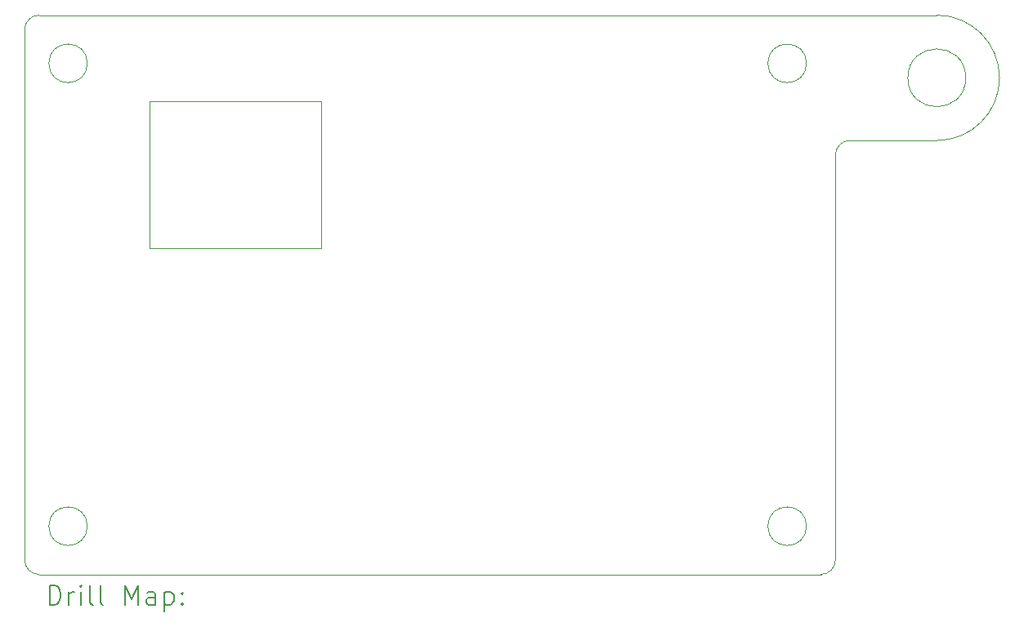
<source format=gbr>
%TF.GenerationSoftware,KiCad,Pcbnew,8.0.4*%
%TF.CreationDate,2024-12-05T13:36:41-08:00*%
%TF.ProjectId,DC33_Cnet_Badge_Main,44433333-5f43-46e6-9574-5f4261646765,rev?*%
%TF.SameCoordinates,Original*%
%TF.FileFunction,Drillmap*%
%TF.FilePolarity,Positive*%
%FSLAX45Y45*%
G04 Gerber Fmt 4.5, Leading zero omitted, Abs format (unit mm)*
G04 Created by KiCad (PCBNEW 8.0.4) date 2024-12-05 13:36:41*
%MOMM*%
%LPD*%
G01*
G04 APERTURE LIST*
%ADD10C,0.050000*%
%ADD11C,0.200000*%
G04 APERTURE END LIST*
D10*
X19750000Y-10800000D02*
G75*
G02*
X19600000Y-10950000I-150000J0D01*
G01*
X19750000Y-6600000D02*
G75*
G02*
X19900000Y-6450000I150000J0D01*
G01*
X19450000Y-10450000D02*
G75*
G02*
X19050000Y-10450000I-200000J0D01*
G01*
X19050000Y-10450000D02*
G75*
G02*
X19450000Y-10450000I200000J0D01*
G01*
X19750000Y-5150000D02*
X20800000Y-5150000D01*
X20800000Y-5150000D02*
G75*
G02*
X20800000Y-6450000I0J-650000D01*
G01*
X19600000Y-10950000D02*
X11500000Y-10950000D01*
X11350000Y-5300000D02*
G75*
G02*
X11500000Y-5150000I150000J0D01*
G01*
X12000000Y-5650000D02*
G75*
G02*
X11600000Y-5650000I-200000J0D01*
G01*
X11600000Y-5650000D02*
G75*
G02*
X12000000Y-5650000I200000J0D01*
G01*
X12000000Y-10450000D02*
G75*
G02*
X11600000Y-10450000I-200000J0D01*
G01*
X11600000Y-10450000D02*
G75*
G02*
X12000000Y-10450000I200000J0D01*
G01*
X11350000Y-10800000D02*
X11350000Y-5300000D01*
X21100000Y-5800000D02*
G75*
G02*
X20500000Y-5800000I-300000J0D01*
G01*
X20500000Y-5800000D02*
G75*
G02*
X21100000Y-5800000I300000J0D01*
G01*
X11500000Y-5150000D02*
X19750000Y-5150000D01*
X19450000Y-5650000D02*
G75*
G02*
X19050000Y-5650000I-200000J0D01*
G01*
X19050000Y-5650000D02*
G75*
G02*
X19450000Y-5650000I200000J0D01*
G01*
X11500000Y-10950000D02*
G75*
G02*
X11350000Y-10800000I0J150000D01*
G01*
X19750000Y-6600000D02*
X19750000Y-10800000D01*
X19900000Y-6450000D02*
X20800000Y-6450000D01*
X14418000Y-6045000D02*
X12640000Y-6045000D01*
X12640000Y-7569000D01*
X14418000Y-7569000D01*
X14418000Y-6045000D01*
D11*
X11608277Y-11263984D02*
X11608277Y-11063984D01*
X11608277Y-11063984D02*
X11655896Y-11063984D01*
X11655896Y-11063984D02*
X11684467Y-11073508D01*
X11684467Y-11073508D02*
X11703515Y-11092555D01*
X11703515Y-11092555D02*
X11713039Y-11111603D01*
X11713039Y-11111603D02*
X11722562Y-11149698D01*
X11722562Y-11149698D02*
X11722562Y-11178270D01*
X11722562Y-11178270D02*
X11713039Y-11216365D01*
X11713039Y-11216365D02*
X11703515Y-11235412D01*
X11703515Y-11235412D02*
X11684467Y-11254460D01*
X11684467Y-11254460D02*
X11655896Y-11263984D01*
X11655896Y-11263984D02*
X11608277Y-11263984D01*
X11808277Y-11263984D02*
X11808277Y-11130650D01*
X11808277Y-11168746D02*
X11817801Y-11149698D01*
X11817801Y-11149698D02*
X11827324Y-11140174D01*
X11827324Y-11140174D02*
X11846372Y-11130650D01*
X11846372Y-11130650D02*
X11865420Y-11130650D01*
X11932086Y-11263984D02*
X11932086Y-11130650D01*
X11932086Y-11063984D02*
X11922562Y-11073508D01*
X11922562Y-11073508D02*
X11932086Y-11083031D01*
X11932086Y-11083031D02*
X11941610Y-11073508D01*
X11941610Y-11073508D02*
X11932086Y-11063984D01*
X11932086Y-11063984D02*
X11932086Y-11083031D01*
X12055896Y-11263984D02*
X12036848Y-11254460D01*
X12036848Y-11254460D02*
X12027324Y-11235412D01*
X12027324Y-11235412D02*
X12027324Y-11063984D01*
X12160658Y-11263984D02*
X12141610Y-11254460D01*
X12141610Y-11254460D02*
X12132086Y-11235412D01*
X12132086Y-11235412D02*
X12132086Y-11063984D01*
X12389229Y-11263984D02*
X12389229Y-11063984D01*
X12389229Y-11063984D02*
X12455896Y-11206841D01*
X12455896Y-11206841D02*
X12522562Y-11063984D01*
X12522562Y-11063984D02*
X12522562Y-11263984D01*
X12703515Y-11263984D02*
X12703515Y-11159222D01*
X12703515Y-11159222D02*
X12693991Y-11140174D01*
X12693991Y-11140174D02*
X12674943Y-11130650D01*
X12674943Y-11130650D02*
X12636848Y-11130650D01*
X12636848Y-11130650D02*
X12617801Y-11140174D01*
X12703515Y-11254460D02*
X12684467Y-11263984D01*
X12684467Y-11263984D02*
X12636848Y-11263984D01*
X12636848Y-11263984D02*
X12617801Y-11254460D01*
X12617801Y-11254460D02*
X12608277Y-11235412D01*
X12608277Y-11235412D02*
X12608277Y-11216365D01*
X12608277Y-11216365D02*
X12617801Y-11197317D01*
X12617801Y-11197317D02*
X12636848Y-11187793D01*
X12636848Y-11187793D02*
X12684467Y-11187793D01*
X12684467Y-11187793D02*
X12703515Y-11178270D01*
X12798753Y-11130650D02*
X12798753Y-11330650D01*
X12798753Y-11140174D02*
X12817801Y-11130650D01*
X12817801Y-11130650D02*
X12855896Y-11130650D01*
X12855896Y-11130650D02*
X12874943Y-11140174D01*
X12874943Y-11140174D02*
X12884467Y-11149698D01*
X12884467Y-11149698D02*
X12893991Y-11168746D01*
X12893991Y-11168746D02*
X12893991Y-11225888D01*
X12893991Y-11225888D02*
X12884467Y-11244936D01*
X12884467Y-11244936D02*
X12874943Y-11254460D01*
X12874943Y-11254460D02*
X12855896Y-11263984D01*
X12855896Y-11263984D02*
X12817801Y-11263984D01*
X12817801Y-11263984D02*
X12798753Y-11254460D01*
X12979705Y-11244936D02*
X12989229Y-11254460D01*
X12989229Y-11254460D02*
X12979705Y-11263984D01*
X12979705Y-11263984D02*
X12970182Y-11254460D01*
X12970182Y-11254460D02*
X12979705Y-11244936D01*
X12979705Y-11244936D02*
X12979705Y-11263984D01*
X12979705Y-11140174D02*
X12989229Y-11149698D01*
X12989229Y-11149698D02*
X12979705Y-11159222D01*
X12979705Y-11159222D02*
X12970182Y-11149698D01*
X12970182Y-11149698D02*
X12979705Y-11140174D01*
X12979705Y-11140174D02*
X12979705Y-11159222D01*
M02*

</source>
